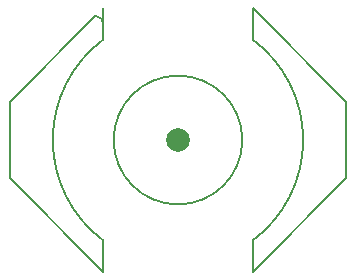
<source format=gbr>
G04 start of page 4 for group 7 layer_idx 4 *
G04 Title: (unknown), Intern *
G04 Creator: pcb-rnd 2.3.0 *
G04 CreationDate: 2021-03-03 17:30:20 UTC *
G04 For:  *
G04 Format: Gerber/RS-274X *
G04 PCB-Dimensions: 500000 500000 *
G04 PCB-Coordinate-Origin: lower left *
%MOIN*%
%FSLAX25Y25*%
%LNINTERN_COPPER_NONE_7*%
%ADD17C,0.0315*%
%ADD16C,0.0787*%
%ADD15C,0.0079*%
G54D15*X187205Y343504D02*X215748Y372047D01*
X187205Y317913D02*X218457Y286661D01*
X187205Y343504D02*Y317913D01*
X218457Y297181D02*Y286661D01*
X299409Y317913D02*X268157Y286661D01*
X299409Y343504D02*X268157Y374757D01*
X299409Y343504D02*Y317913D01*
X268157Y297181D02*Y286661D01*
Y374757D02*Y364236D01*
X218457Y374757D02*Y364236D01*
X221850Y330709D02*G75*G03X264764Y330709I21457J0D01*G01*
G75*G03X221850Y330709I-21457J0D01*G01*
X268157Y297181D02*G75*G03X268193Y364209I-24850J33527D01*G01*
X218457Y364236D02*G75*G03X218421Y297208I24850J-33527D01*G01*
X215748Y372047D02*G75*G02X218455Y369341I0J-2707D01*G01*
G54D16*X243307Y330709D03*
G54D17*M02*

</source>
